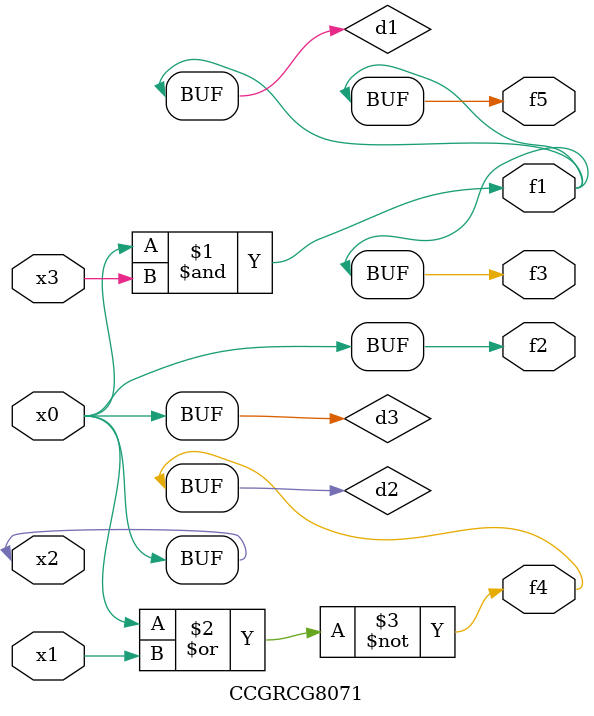
<source format=v>
module CCGRCG8071(
	input x0, x1, x2, x3,
	output f1, f2, f3, f4, f5
);

	wire d1, d2, d3;

	and (d1, x2, x3);
	nor (d2, x0, x1);
	buf (d3, x0, x2);
	assign f1 = d1;
	assign f2 = d3;
	assign f3 = d1;
	assign f4 = d2;
	assign f5 = d1;
endmodule

</source>
